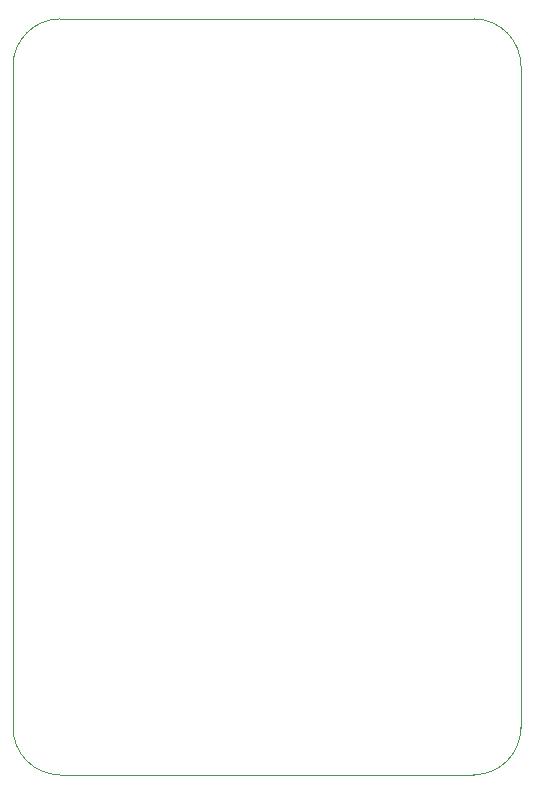
<source format=gbr>
G04 #@! TF.GenerationSoftware,KiCad,Pcbnew,(5.1.5)-3*
G04 #@! TF.CreationDate,2020-02-22T17:46:18+01:00*
G04 #@! TF.ProjectId,Breakoutboard,42726561-6b6f-4757-9462-6f6172642e6b,rev?*
G04 #@! TF.SameCoordinates,Original*
G04 #@! TF.FileFunction,Profile,NP*
%FSLAX46Y46*%
G04 Gerber Fmt 4.6, Leading zero omitted, Abs format (unit mm)*
G04 Created by KiCad (PCBNEW (5.1.5)-3) date 2020-02-22 17:46:18*
%MOMM*%
%LPD*%
G04 APERTURE LIST*
%ADD10C,0.050000*%
G04 APERTURE END LIST*
D10*
X172000000Y-119000000D02*
X172000000Y-63000000D01*
X133000000Y-123000000D02*
X168000000Y-123000000D01*
X129000000Y-63000000D02*
X129000000Y-119000000D01*
X168000000Y-59000000D02*
X133000000Y-59000000D01*
X168000000Y-59000000D02*
G75*
G02X172000000Y-63000000I0J-4000000D01*
G01*
X172000000Y-119000000D02*
G75*
G02X168000000Y-123000000I-4000000J0D01*
G01*
X133000000Y-123000000D02*
G75*
G02X129000000Y-119000000I0J4000000D01*
G01*
X129000000Y-63000000D02*
G75*
G02X133000000Y-59000000I4000000J0D01*
G01*
M02*

</source>
